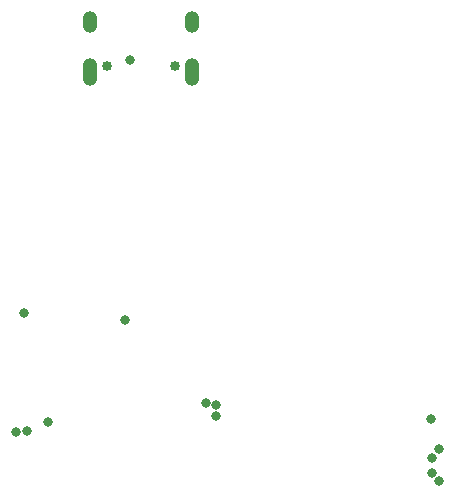
<source format=gbs>
%FSLAX25Y25*%
%MOIN*%
G70*
G01*
G75*
G04 Layer_Color=16711935*
%ADD10C,0.00787*%
%ADD11C,0.01181*%
%ADD12R,0.02756X0.04921*%
%ADD13O,0.07874X0.05906*%
%ADD14R,0.07874X0.05906*%
%ADD15C,0.11811*%
%ADD16R,0.01181X0.03347*%
%ADD17R,0.02362X0.03347*%
%ADD18R,0.03543X0.06693*%
%ADD19O,0.05906X0.07874*%
%ADD20R,0.05906X0.07874*%
%ADD21R,0.05512X0.02362*%
%ADD22R,0.03150X0.07874*%
%ADD23R,0.02362X0.07874*%
%ADD24O,0.07480X0.12992*%
%ADD25R,0.01575X0.04724*%
%ADD26R,0.03937X0.03543*%
%ADD27O,0.02362X0.05512*%
%ADD28R,0.02362X0.01969*%
%ADD29R,0.01969X0.02362*%
%ADD30R,0.04921X0.02756*%
%ADD31R,0.03543X0.03937*%
%ADD32R,0.05118X0.03150*%
%ADD33R,0.03150X0.05118*%
%ADD34R,0.03150X0.03150*%
%ADD35R,0.06693X0.03543*%
%ADD36R,0.03543X0.02362*%
G04:AMPARAMS|DCode=37|XSize=98.43mil|YSize=59.06mil|CornerRadius=14.76mil|HoleSize=0mil|Usage=FLASHONLY|Rotation=90.000|XOffset=0mil|YOffset=0mil|HoleType=Round|Shape=RoundedRectangle|*
%AMROUNDEDRECTD37*
21,1,0.09843,0.02953,0,0,90.0*
21,1,0.06890,0.05906,0,0,90.0*
1,1,0.02953,0.01476,0.03445*
1,1,0.02953,0.01476,-0.03445*
1,1,0.02953,-0.01476,-0.03445*
1,1,0.02953,-0.01476,0.03445*
%
%ADD37ROUNDEDRECTD37*%
%ADD38C,0.07874*%
%ADD39C,0.02559*%
G04:AMPARAMS|DCode=40|XSize=39.37mil|YSize=62.99mil|CornerRadius=17.72mil|HoleSize=0mil|Usage=FLASHONLY|Rotation=180.000|XOffset=0mil|YOffset=0mil|HoleType=Round|Shape=RoundedRectangle|*
%AMROUNDEDRECTD40*
21,1,0.03937,0.02756,0,0,180.0*
21,1,0.00394,0.06299,0,0,180.0*
1,1,0.03543,-0.00197,0.01378*
1,1,0.03543,0.00197,0.01378*
1,1,0.03543,0.00197,-0.01378*
1,1,0.03543,-0.00197,-0.01378*
%
%ADD40ROUNDEDRECTD40*%
G04:AMPARAMS|DCode=41|XSize=39.37mil|YSize=82.68mil|CornerRadius=17.72mil|HoleSize=0mil|Usage=FLASHONLY|Rotation=180.000|XOffset=0mil|YOffset=0mil|HoleType=Round|Shape=RoundedRectangle|*
%AMROUNDEDRECTD41*
21,1,0.03937,0.04724,0,0,180.0*
21,1,0.00394,0.08268,0,0,180.0*
1,1,0.03543,-0.00197,0.02362*
1,1,0.03543,0.00197,0.02362*
1,1,0.03543,0.00197,-0.02362*
1,1,0.03543,-0.00197,-0.02362*
%
%ADD41ROUNDEDRECTD41*%
%ADD42C,0.02362*%
%ADD43C,0.00394*%
%ADD44C,0.02362*%
%ADD45C,0.00984*%
%ADD46C,0.01969*%
%ADD47C,0.00197*%
%ADD48C,0.00500*%
%ADD49C,0.00800*%
%ADD50C,0.00591*%
%ADD51C,0.01000*%
%ADD52R,0.03556X0.05721*%
%ADD53O,0.08674X0.06706*%
%ADD54R,0.08674X0.06706*%
%ADD55C,0.12611*%
%ADD56R,0.01981X0.04147*%
%ADD57R,0.03162X0.04147*%
%ADD58R,0.04343X0.07493*%
%ADD59O,0.06706X0.08674*%
%ADD60R,0.06706X0.08674*%
%ADD61R,0.06312X0.03162*%
%ADD62R,0.03950X0.08674*%
%ADD63R,0.03162X0.08674*%
%ADD64O,0.08280X0.13792*%
%ADD65R,0.02375X0.05524*%
%ADD66R,0.04737X0.04343*%
%ADD67O,0.03162X0.06312*%
%ADD68R,0.03162X0.02769*%
%ADD69R,0.02769X0.03162*%
%ADD70R,0.05721X0.03556*%
%ADD71R,0.04343X0.04737*%
%ADD72R,0.05918X0.03950*%
%ADD73R,0.03950X0.05918*%
%ADD74R,0.03543X0.03543*%
%ADD75R,0.07493X0.04343*%
%ADD76R,0.04343X0.03162*%
G04:AMPARAMS|DCode=77|XSize=106.42mil|YSize=67.06mil|CornerRadius=18.76mil|HoleSize=0mil|Usage=FLASHONLY|Rotation=90.000|XOffset=0mil|YOffset=0mil|HoleType=Round|Shape=RoundedRectangle|*
%AMROUNDEDRECTD77*
21,1,0.10642,0.02953,0,0,90.0*
21,1,0.06890,0.06706,0,0,90.0*
1,1,0.03753,0.01476,0.03445*
1,1,0.03753,0.01476,-0.03445*
1,1,0.03753,-0.01476,-0.03445*
1,1,0.03753,-0.01476,0.03445*
%
%ADD77ROUNDEDRECTD77*%
%ADD78C,0.03359*%
G04:AMPARAMS|DCode=79|XSize=47.37mil|YSize=70.99mil|CornerRadius=21.72mil|HoleSize=0mil|Usage=FLASHONLY|Rotation=180.000|XOffset=0mil|YOffset=0mil|HoleType=Round|Shape=RoundedRectangle|*
%AMROUNDEDRECTD79*
21,1,0.04737,0.02756,0,0,180.0*
21,1,0.00394,0.07099,0,0,180.0*
1,1,0.04343,-0.00197,0.01378*
1,1,0.04343,0.00197,0.01378*
1,1,0.04343,0.00197,-0.01378*
1,1,0.04343,-0.00197,-0.01378*
%
%ADD79ROUNDEDRECTD79*%
G04:AMPARAMS|DCode=80|XSize=47.37mil|YSize=90.68mil|CornerRadius=21.72mil|HoleSize=0mil|Usage=FLASHONLY|Rotation=180.000|XOffset=0mil|YOffset=0mil|HoleType=Round|Shape=RoundedRectangle|*
%AMROUNDEDRECTD80*
21,1,0.04737,0.04724,0,0,180.0*
21,1,0.00394,0.09068,0,0,180.0*
1,1,0.04343,-0.00197,0.02362*
1,1,0.04343,0.00197,0.02362*
1,1,0.04343,0.00197,-0.02362*
1,1,0.04343,-0.00197,-0.02362*
%
%ADD80ROUNDEDRECTD80*%
%ADD81C,0.03162*%
D78*
X-11379Y225702D02*
D03*
X11377D02*
D03*
D79*
X17065Y240190D02*
D03*
X-16990D02*
D03*
D80*
X-16970Y223733D02*
D03*
X17065D02*
D03*
D81*
X-5118Y140945D02*
D03*
X-37795Y103937D02*
D03*
X96850Y107874D02*
D03*
X25000Y108858D02*
D03*
X25197Y112697D02*
D03*
X21752Y113386D02*
D03*
X-3642Y227559D02*
D03*
X-31004Y107087D02*
D03*
X-41732Y103740D02*
D03*
X-38976Y143405D02*
D03*
X96949Y89961D02*
D03*
Y95079D02*
D03*
X99508Y97933D02*
D03*
X99410Y87205D02*
D03*
M02*

</source>
